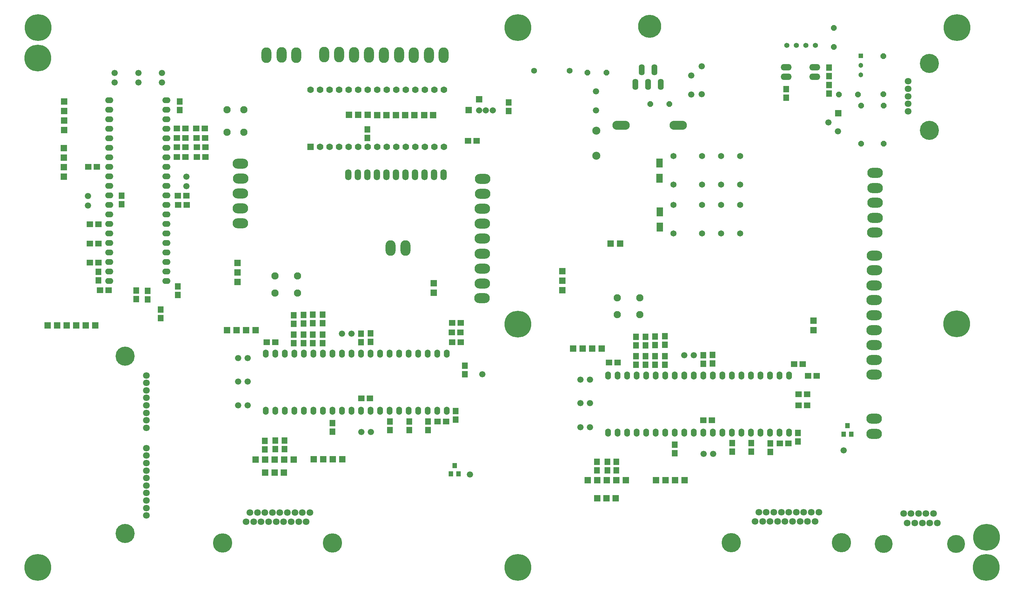
<source format=gbr>
G04 EasyPC Gerber Version 21.0.3 Build 4286 *
G04 #@! TF.Part,Single*
G04 #@! TF.FileFunction,Soldermask,Top *
G04 #@! TF.FilePolarity,Negative *
%FSLAX35Y35*%
%MOIN*%
G04 #@! TA.AperFunction,ComponentPad*
%ADD147O,0.06100X0.08600*%
%ADD22O,0.06143X0.11687*%
G04 #@! TA.AperFunction,WasherPad*
%ADD121O,0.06600X0.11600*%
%ADD18O,0.10443X0.16348*%
G04 #@! TA.AperFunction,SMDPad*
%ADD152R,0.04600X0.05400*%
%ADD27R,0.06100X0.06600*%
%ADD151R,0.06702X0.09261*%
G04 #@! TA.AperFunction,ComponentPad*
%ADD153R,0.05128X0.05128*%
G04 #@! TA.AperFunction,WasherPad*
%ADD12R,0.06600X0.06600*%
G04 #@! TA.AperFunction,ComponentPad*
%ADD28R,0.06962X0.06962*%
%ADD154C,0.05128*%
%ADD73C,0.05364*%
%ADD21C,0.06143*%
%ADD150C,0.06506*%
%ADD155C,0.06545*%
G04 #@! TA.AperFunction,WasherPad*
%ADD70C,0.06600*%
G04 #@! TA.AperFunction,ComponentPad*
%ADD29C,0.06962*%
G04 #@! TA.AperFunction,WasherPad*
%ADD15C,0.07096*%
G04 #@! TA.AperFunction,ComponentPad*
%ADD72C,0.07600*%
G04 #@! TA.AperFunction,WasherPad*
%ADD145C,0.08474*%
G04 #@! TA.AperFunction,ComponentPad*
%ADD71C,0.18907*%
G04 #@! TA.AperFunction,WasherPad*
%ADD16C,0.20088*%
%ADD13C,0.20285*%
%ADD11C,0.24222*%
%ADD10C,0.28159*%
G04 #@! TA.AperFunction,ComponentPad*
%ADD148O,0.08600X0.06100*%
G04 #@! TA.AperFunction,WasherPad*
%ADD144O,0.11600X0.06600*%
G04 #@! TA.AperFunction,ComponentPad*
%ADD146O,0.18300X0.09450*%
G04 #@! TA.AperFunction,WasherPad*
%ADD14O,0.16348X0.10443*%
G04 #@! TA.AperFunction,ComponentPad*
%AMT23*0 Octagon Pad at angle 0*4,1,8,-0.01200,-0.02900,0.01200,-0.02900,0.02900,-0.01200,0.02900,0.01200,0.01200,0.02900,-0.01200,0.02900,-0.02900,0.01200,-0.02900,-0.01200,-0.01200,-0.02900,0*%
%ADD23T23*%
G04 #@! TA.AperFunction,SMDPad*
%ADD26R,0.06600X0.06100*%
X0Y0D02*
D02*
D10*
X18656Y18557D03*
Y553990D03*
X18951Y585880D03*
X522494Y274364D03*
X522593Y18557D03*
X522789Y585880D03*
X983222Y274463D03*
X983518Y585880D03*
X1014423Y18557D03*
X1014522Y50152D03*
D02*
D11*
X661035Y587159D03*
D02*
D12*
X28872Y272770D03*
X38872D03*
X46018Y429207D03*
Y439207D03*
Y449207D03*
Y459207D03*
X46411Y478400D03*
Y488400D03*
Y498400D03*
Y508400D03*
X48872Y272770D03*
X58872D03*
X68872D03*
X78872D03*
X217179Y267967D03*
X227179D03*
X228301Y318439D03*
Y328439D03*
Y338439D03*
X237179Y267967D03*
X247179D03*
X247317Y131963D03*
X257317D03*
X257435Y118360D03*
X267179D03*
X267317Y131963D03*
X276923Y118360D03*
X277317Y131963D03*
X287317D03*
X308222Y132238D03*
X318222D03*
X328222D03*
X338222D03*
X345329Y494148D03*
X355073D03*
X365112D03*
X374955Y493951D03*
X384699D03*
X394738D03*
X404384Y493852D03*
X414128D03*
X424167D03*
X433715D03*
X434404Y307376D03*
Y317376D03*
X471018Y499364D03*
X481844Y510585D03*
X569344Y310073D03*
Y320073D03*
Y330073D03*
X580762Y248675D03*
X590762D03*
X595841Y110289D03*
X600762Y248675D03*
X605841Y110289D03*
X605959Y91392D03*
X610762Y248675D03*
X615703Y91392D03*
X615841Y110289D03*
X620132Y358911D03*
X625447Y91392D03*
X625841Y110289D03*
X630132Y358911D03*
X635841Y110289D03*
X667474Y110388D03*
X677474D03*
X687474D03*
X697474D03*
X832927Y267907D03*
Y277907D03*
X858911Y495919D03*
D02*
D13*
X212553Y44246D03*
X327907D03*
X746805Y44541D03*
X862159D03*
D02*
D14*
X231156Y380270D03*
X231352Y395821D03*
Y411569D03*
Y443065D03*
X231549Y427120D03*
X484994Y301431D03*
X485191Y316982D03*
Y332730D03*
Y364226D03*
X485388Y348281D03*
Y379935D03*
Y395526D03*
X485585Y411274D03*
Y426825D03*
X896510Y174856D03*
X896608Y236470D03*
Y252219D03*
Y283715D03*
X896707Y158911D03*
Y221215D03*
X896805Y267770D03*
Y299423D03*
Y315014D03*
X897002Y330762D03*
Y346313D03*
X897396Y370526D03*
X897593Y386077D03*
Y401825D03*
Y433321D03*
X897789Y417376D03*
D02*
D15*
X132711Y73163D03*
Y81037D03*
Y88911D03*
Y96785D03*
Y104659D03*
Y112533D03*
Y120407D03*
Y128281D03*
Y136156D03*
Y144030D03*
Y165289D03*
Y173163D03*
Y181037D03*
Y188911D03*
Y196785D03*
Y204659D03*
Y212533D03*
Y220407D03*
X237356Y66490D03*
X241293Y76333D03*
X245230Y66490D03*
X249167Y76333D03*
X253104Y66490D03*
X257041Y76333D03*
X260978Y66490D03*
X264915Y76333D03*
X268852Y66490D03*
X272789Y76333D03*
X276726Y66490D03*
X280663Y76333D03*
X284600Y66490D03*
X288537Y76333D03*
X292474Y66490D03*
X296411Y76333D03*
X300348Y66490D03*
X304285Y76333D03*
X771608Y66785D03*
X775545Y76628D03*
X779482Y66785D03*
X783419Y76628D03*
X787356Y66785D03*
X791293Y76628D03*
X795230Y66785D03*
X799167Y76628D03*
X803104Y66785D03*
X807041Y76628D03*
X810978Y66785D03*
X814915Y76628D03*
X818852Y66785D03*
X822789Y76628D03*
X826726Y66785D03*
X830663Y76628D03*
X834600Y66785D03*
X838537Y76628D03*
X927514Y75250D03*
X931451Y65407D03*
X932337Y497986D03*
Y505860D03*
Y513734D03*
Y521608D03*
Y529482D03*
X935388Y75250D03*
X939325Y65407D03*
X943262Y75250D03*
X947199Y65407D03*
X951136Y75250D03*
X955073Y65407D03*
X959010Y75250D03*
X962947Y65407D03*
D02*
D16*
X110467Y54266D03*
Y240486D03*
X954581Y477907D03*
Y548380D03*
D02*
D18*
X258616Y556943D03*
X274561Y557140D03*
X290112Y556943D03*
X319305Y557435D03*
X334856D03*
X350604Y557238D03*
X366195D03*
X381904Y557041D03*
X388931Y354187D03*
X397848Y557238D03*
X404522Y354187D03*
X413400Y557041D03*
X429148D03*
X444699Y556844D03*
D02*
D70*
X71215Y398970D03*
Y408970D03*
X99167Y528301D03*
Y538301D03*
X124364Y528301D03*
Y538301D03*
X149069Y528301D03*
Y538301D03*
X174659Y419344D03*
Y429344D03*
X229128Y188833D03*
Y214030D03*
Y238734D03*
X239128Y188833D03*
Y214030D03*
Y238734D03*
X338085Y264325D03*
X348085D03*
X358459Y160880D03*
X368459D03*
X472396Y116293D03*
X485191Y221707D03*
X588380Y165998D03*
Y191195D03*
Y215900D03*
X598380Y165998D03*
Y191195D03*
Y215900D03*
X604482Y498872D03*
Y518872D03*
X697337Y241490D03*
X704561Y515683D03*
Y535683D03*
X707337Y241490D03*
X715703Y515801D03*
Y545329D03*
X717711Y138045D03*
X727711D03*
X848616Y486116D03*
X858616Y477022D03*
X864719Y141589D03*
D02*
D71*
X906648Y43163D03*
X982632D03*
D02*
D21*
X539719Y540558D03*
X577120D03*
D02*
D22*
X646018Y526385D03*
X652711Y541739D03*
X659404Y526385D03*
X666096Y541739D03*
X672789Y526385D03*
D02*
D23*
X595565Y538636D03*
X615565D03*
X661805Y505663D03*
X681805D03*
X854187Y565447D03*
Y585447D03*
X859640Y515506D03*
X879640D03*
X882829Y463813D03*
Y503813D03*
X906451Y515978D03*
Y555978D03*
X906648Y463813D03*
Y503813D03*
D02*
D26*
X71734Y439423D03*
X73211Y339030D03*
X73309Y379187D03*
X73407Y358911D03*
X80734Y439423D03*
X82211Y339030D03*
X82309Y379187D03*
X82407Y358911D03*
X84136Y309994D03*
X93136D03*
X164648Y449758D03*
Y460191D03*
Y469935D03*
Y479974D03*
X165730Y409404D03*
X165927Y399561D03*
X173648Y449758D03*
Y460191D03*
Y469935D03*
Y479974D03*
X174730Y409404D03*
X174927Y399561D03*
X185022Y479974D03*
X185219Y469935D03*
X185514Y460093D03*
X185711Y449758D03*
X194022Y479974D03*
X194219Y469935D03*
X194514Y460093D03*
X194711Y449758D03*
X258939Y255171D03*
X267939D03*
X358152Y196215D03*
X367152D03*
X438270Y171904D03*
X447270D03*
X453427Y265506D03*
X453526Y255171D03*
Y275545D03*
X462427Y265506D03*
X462526Y255171D03*
Y275545D03*
X470258Y466785D03*
X479258D03*
X618191Y233911D03*
X627191D03*
X717404Y173380D03*
X726404D03*
X797522Y149069D03*
X806522D03*
X812778Y232337D03*
X817207Y188931D03*
X817305Y200644D03*
X821778Y232337D03*
X826207Y188931D03*
X826305Y200644D03*
X827246Y219935D03*
X836246D03*
D02*
D27*
X82238Y320159D03*
Y329159D03*
X106549Y400278D03*
Y409278D03*
X122100Y300474D03*
Y309474D03*
X133813Y300376D03*
Y309376D03*
X147593Y280494D03*
Y289494D03*
X165506Y304904D03*
Y313904D03*
X167573Y499195D03*
Y508195D03*
X257041Y142699D03*
Y151699D03*
X267868Y142797D03*
Y151797D03*
X277514Y142896D03*
Y151896D03*
X287455Y254313D03*
Y263313D03*
Y274687D03*
Y283687D03*
X297494Y254313D03*
Y263313D03*
Y274884D03*
Y283884D03*
X307238Y254313D03*
Y263313D03*
X307337Y275179D03*
Y284179D03*
X317671Y254313D03*
Y263313D03*
Y275376D03*
Y284376D03*
X328006Y161400D03*
Y170400D03*
X358026Y255396D03*
Y264396D03*
X364719Y469864D03*
Y478864D03*
X367868Y255593D03*
Y264593D03*
X388242Y162974D03*
Y171974D03*
X408518Y163073D03*
Y172073D03*
X428400Y162876D03*
Y171876D03*
X457435Y173801D03*
Y182801D03*
X466884Y221537D03*
Y230537D03*
X512848Y498407D03*
Y507407D03*
X605663Y120455D03*
Y129455D03*
X616490Y120553D03*
Y129553D03*
X626136Y120652D03*
Y129652D03*
X646707Y231478D03*
Y240478D03*
Y251852D03*
Y260852D03*
X656746Y231478D03*
Y240478D03*
Y252049D03*
Y261049D03*
X666490Y231478D03*
Y240478D03*
X666589Y252344D03*
Y261344D03*
X676923Y231478D03*
Y240478D03*
Y252541D03*
Y261541D03*
X687258Y138565D03*
Y147565D03*
X717278Y232561D03*
Y241561D03*
X727120Y232758D03*
Y241758D03*
X747494Y140140D03*
Y149140D03*
X767770Y140238D03*
Y149238D03*
X787652Y140041D03*
Y149041D03*
X804187Y512089D03*
Y521089D03*
X816687Y150967D03*
Y159967D03*
X849167Y534923D03*
Y543923D03*
X849463Y516715D03*
Y525715D03*
D02*
D28*
X304856Y460604D03*
D02*
D29*
Y520604D03*
X314856Y460604D03*
Y520604D03*
X324856Y460604D03*
Y520604D03*
X334856Y460604D03*
Y520604D03*
X344856Y460604D03*
Y520604D03*
X354856Y460604D03*
Y520604D03*
X364856Y460604D03*
Y520604D03*
X374856Y460604D03*
Y520604D03*
X384856Y460604D03*
Y520604D03*
X394856Y460604D03*
Y520604D03*
X404856Y460604D03*
Y520604D03*
X414856Y460604D03*
Y520604D03*
X424856Y460604D03*
Y520604D03*
X434856Y460604D03*
Y520604D03*
X444856Y460604D03*
Y520604D03*
D02*
D72*
X217376Y476037D03*
Y499659D03*
X235093Y476037D03*
Y499659D03*
X267770Y307041D03*
Y324758D03*
X291392Y307041D03*
Y324758D03*
X627022Y284207D03*
Y301923D03*
X650644Y284207D03*
Y301923D03*
D02*
D73*
X804837Y567159D03*
X814837D03*
X824837D03*
X834837D03*
D02*
D121*
X344738Y431215D03*
X354738D03*
X364738D03*
X374738D03*
X384738D03*
X394738D03*
X404738D03*
X414738D03*
X424738D03*
X434738D03*
X444738D03*
D02*
D144*
X804364Y534207D03*
Y544207D03*
X834364Y534207D03*
Y544207D03*
D02*
D145*
X604974Y451333D03*
Y477612D03*
D02*
D146*
X631077Y483222D03*
X691077D03*
D02*
D147*
X257907Y183144D03*
Y243144D03*
X267907Y183144D03*
Y243144D03*
X277907Y183144D03*
Y243144D03*
X287907Y183144D03*
Y243144D03*
X297907Y183144D03*
Y243144D03*
X307907Y183144D03*
Y243144D03*
X317907Y183144D03*
Y243144D03*
X327907Y183144D03*
Y243144D03*
X337907Y183144D03*
Y243144D03*
X347907Y183144D03*
Y243144D03*
X357907Y183144D03*
Y243144D03*
X367907Y183144D03*
Y243144D03*
X377907Y183144D03*
Y243144D03*
X387907Y183144D03*
Y243144D03*
X397907Y183144D03*
Y243144D03*
X407907Y183144D03*
Y243144D03*
X417907Y183144D03*
Y243144D03*
X427907Y183144D03*
Y243144D03*
X437907Y183144D03*
Y243144D03*
X447907Y183144D03*
Y243144D03*
X617159Y160309D03*
Y220309D03*
X627159Y160309D03*
Y220309D03*
X637159Y160309D03*
Y220309D03*
X647159Y160309D03*
Y220309D03*
X657159Y160309D03*
Y220309D03*
X667159Y160309D03*
Y220309D03*
X677159Y160309D03*
Y220309D03*
X687159Y160309D03*
Y220309D03*
X697159Y160309D03*
Y220309D03*
X707159Y160309D03*
Y220309D03*
X717159Y160309D03*
Y220309D03*
X727159Y160309D03*
Y220309D03*
X737159Y160309D03*
Y220309D03*
X747159Y160309D03*
Y220309D03*
X757159Y160309D03*
Y220309D03*
X767159Y160309D03*
Y220309D03*
X777159Y160309D03*
Y220309D03*
X787159Y160309D03*
Y220309D03*
X797159Y160309D03*
Y220309D03*
X807159Y160309D03*
Y220309D03*
D02*
D148*
X93478Y319522D03*
Y329522D03*
Y339522D03*
Y349522D03*
Y359522D03*
Y369522D03*
Y379522D03*
Y389522D03*
Y399522D03*
Y409522D03*
Y419522D03*
Y429522D03*
Y439522D03*
Y449522D03*
Y459522D03*
Y469522D03*
Y479522D03*
Y489522D03*
Y499522D03*
Y509522D03*
X153478Y319522D03*
Y329522D03*
Y339522D03*
Y349522D03*
Y359522D03*
Y369522D03*
Y379522D03*
Y389522D03*
Y399522D03*
Y409522D03*
Y419522D03*
Y429522D03*
Y439522D03*
Y449522D03*
Y459522D03*
Y469522D03*
Y479522D03*
Y489522D03*
Y499522D03*
Y509522D03*
D02*
D150*
X685959Y420841D03*
Y450841D03*
X686057Y369463D03*
Y399463D03*
X715959Y420841D03*
Y450841D03*
X716057Y369463D03*
Y399463D03*
X735959Y420841D03*
Y450841D03*
X736057Y369463D03*
Y399463D03*
X755959Y420841D03*
Y450841D03*
X756057Y369463D03*
Y399463D03*
D02*
D151*
X671451Y427474D03*
Y443616D03*
X671549Y376096D03*
Y392238D03*
D02*
D152*
X452156Y116816D03*
X456156Y125516D03*
X460156Y116816D03*
X864656Y158745D03*
X868656Y167445D03*
X872656Y158745D03*
D02*
D153*
X882730Y556254D03*
D02*
D154*
Y536254D03*
Y546254D03*
D02*
D155*
X482041Y499069D03*
X489128D03*
X496215D03*
X0Y0D02*
M02*

</source>
